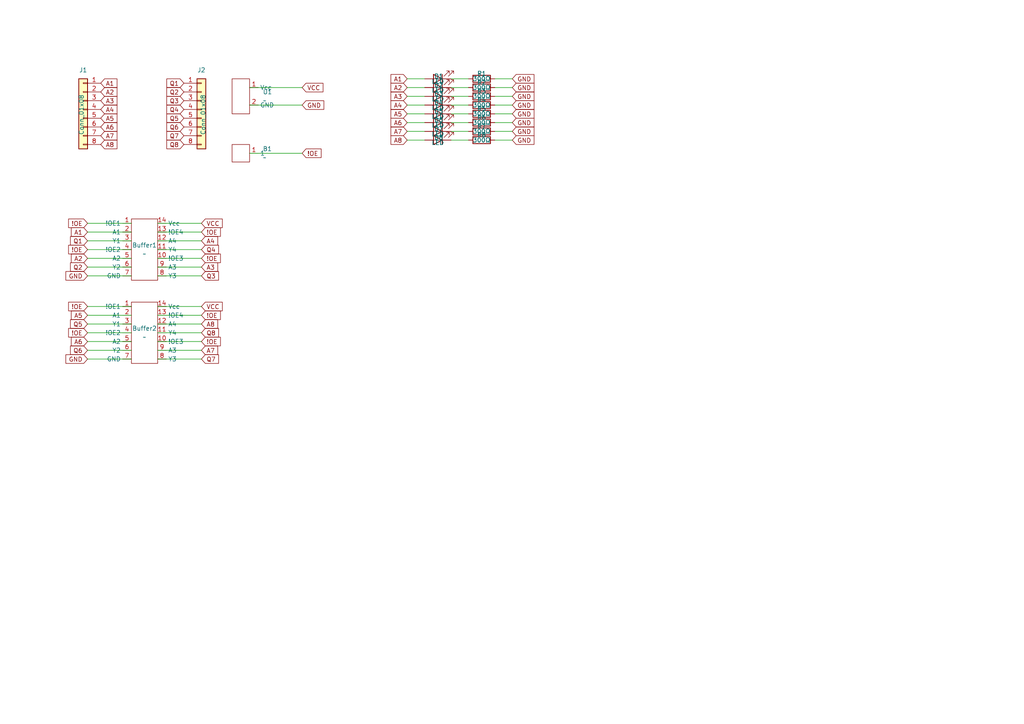
<source format=kicad_sch>
(kicad_sch (version 20250114) (generator "eeschema") (generator_version "9.0")
  (paper "A4")
  (lib_symbols
    (symbol "Connector_Generic:Conn_01x08" (pin_names (offset 1.016) (hide yes))
      (property "Reference" "J" (at 0 10.16 0))
      (property "Value" "Conn_01x08" (at 0 -12.7 0))
      (symbol "Conn_01x08_1_1"
        (rectangle (start -1.27 8.89) (end 1.27 -11.43) (stroke (width 0.254)) (fill (type background)))
        (rectangle (start -1.27 7.747) (end 0 7.493) (stroke (width 0.1524)))
        (rectangle (start -1.27 5.207) (end 0 4.953) (stroke (width 0.1524)))
        (rectangle (start -1.27 2.667) (end 0 2.413) (stroke (width 0.1524)))
        (rectangle (start -1.27 0.127) (end 0 -0.127) (stroke (width 0.1524)))
        (rectangle (start -1.27 -2.413) (end 0 -2.667) (stroke (width 0.1524)))
        (rectangle (start -1.27 -4.953) (end 0 -5.207) (stroke (width 0.1524)))
        (rectangle (start -1.27 -7.493) (end 0 -7.747) (stroke (width 0.1524)))
        (rectangle (start -1.27 -10.033) (end 0 -10.287) (stroke (width 0.1524)))
        (pin passive line (at -5.08 7.62 0) (length 3.81) (name "Pin_1") (number "1"))
        (pin passive line (at -5.08 5.08 0) (length 3.81) (name "Pin_2") (number "2"))
        (pin passive line (at -5.08 2.54 0) (length 3.81) (name "Pin_3") (number "3"))
        (pin passive line (at -5.08 0 0) (length 3.81) (name "Pin_4") (number "4"))
        (pin passive line (at -5.08 -2.54 0) (length 3.81) (name "Pin_5") (number "5"))
        (pin passive line (at -5.08 -5.08 0) (length 3.81) (name "Pin_6") (number "6"))
        (pin passive line (at -5.08 -7.62 0) (length 3.81) (name "Pin_7") (number "7"))
        (pin passive line (at -5.08 -10.16 0) (length 3.81) (name "Pin_8") (number "8"))
      )
    )
    (symbol "Device:LED" (pin_numbers (hide yes)) (pin_names (offset 1.016) (hide yes))
      (property "Reference" "D" (at 0 2.54 0))
      (property "Value" "LED" (at 0 -2.54 0))
      (symbol "LED_0_1"
        (polyline (pts (xy -3.048 -0.762) (xy -4.572 -2.286) (xy -3.81 -2.286) (xy -4.572 -2.286) (xy -4.572 -1.524)))
        (polyline (pts (xy -1.778 -0.762) (xy -3.302 -2.286) (xy -2.54 -2.286) (xy -3.302 -2.286) (xy -3.302 -1.524)))
        (polyline (pts (xy -1.27 0) (xy 1.27 0)))
        (polyline (pts (xy -1.27 -1.27) (xy -1.27 1.27)) (stroke (width 0.254)))
        (polyline (pts (xy 1.27 -1.27) (xy 1.27 1.27) (xy -1.27 0) (xy 1.27 -1.27)) (stroke (width 0.254)))
      )
      (symbol "LED_1_1"
        (pin passive line (at -3.81 0 0) (length 2.54) (name "K") (number "1"))
        (pin passive line (at 3.81 0 180) (length 2.54) (name "A") (number "2"))
      )
    )
    (symbol "Device:R" (pin_numbers (hide yes)) (pin_names (offset 0))
      (property "Reference" "R" (at 2.032 0 90))
      (property "Value" "R" (at 0 0 90))
      (symbol "R_0_1"
        (rectangle (start -1.016 -2.54) (end 1.016 2.54) (stroke (width 0.254)))
      )
      (symbol "R_1_1"
        (pin passive line (at 0 3.81 270) (length 1.27) (name "~") (number "1"))
        (pin passive line (at 0 -3.81 90) (length 1.27) (name "~") (number "2"))
      )
    )
    (symbol "Other:Single_Bit_Bus"
      (property "Reference" "B" (at 0 0 0))
      (symbol "Single_Bit_Bus_0_1"
        (rectangle (start -2.54 2.54) (end 2.54 -2.54))
      )
      (symbol "Single_Bit_Bus_1_1"
        (pin bidirectional line (at 2.54 0 0) (length 2.54) (name "1") (number "1"))
      )
    )
    (symbol "Other:Vcc_&_GND"
      (property "Reference" "U" (at 0 0 0))
      (symbol "Vcc_&_GND_0_1"
        (rectangle (start -2.54 5.08) (end 2.54 -5.08))
      )
      (symbol "Vcc_&_GND_1_1"
        (pin power_out line (at 2.54 2.54 0) (length 2.54) (name "Vcc") (number "1"))
        (pin power_out line (at 2.54 -2.54 0) (length 2.54) (name "GND") (number "2"))
      )
    )
    (symbol "Texas Instrument Logic:SNx4HCT125"
      (property "Reference" "Buffer" (at 0.0195 1.2697 90))
      (symbol "SNx4HCT125_0_1"
        (rectangle (start -3.7905 8.8897) (end 3.8295 -8.89))
      )
      (symbol "SNx4HCT125_1_1"
        (pin input line (at -3.81 7.62 180) (length 2.54) (name "!OE1") (number "1"))
        (pin input line (at -3.81 5.08 180) (length 2.54) (name "A1") (number "2"))
        (pin output line (at -3.81 2.54 180) (length 2.54) (name "Y1") (number "3"))
        (pin input line (at -3.81 0 180) (length 2.54) (name "!OE2") (number "4"))
        (pin input line (at -3.81 -2.54 180) (length 2.54) (name "A2") (number "5"))
        (pin output line (at -3.81 -5.08 180) (length 2.54) (name "Y2") (number "6"))
        (pin power_in line (at -3.81 -7.62 180) (length 2.54) (name "GND") (number "7"))
        (pin power_in line (at 3.81 7.62 0) (length 2.54) (name "Vcc") (number "14"))
        (pin input line (at 3.81 5.08 0) (length 2.54) (name "!OE4") (number "13"))
        (pin input line (at 3.81 2.54 0) (length 2.54) (name "A4") (number "12"))
        (pin output line (at 3.81 0 0) (length 2.54) (name "Y4") (number "11"))
        (pin input line (at 3.81 -2.54 0) (length 2.54) (name "!OE3") (number "10"))
        (pin input line (at 3.81 -5.08 0) (length 2.54) (name "A3") (number "9"))
        (pin output line (at 3.81 -7.62 0) (length 2.54) (name "Y3") (number "8"))
      )
    )
  )
  (wire (pts (xy 25.4 104.14) (xy 38.1 104.14)))
  (wire (pts (xy 45.72 72.39) (xy 58.42 72.39)))
  (wire (pts (xy 143.51 27.94) (xy 148.59 27.94)))
  (wire (pts (xy 25.4 93.98) (xy 38.1 93.98)))
  (wire (pts (xy 45.72 69.85) (xy 58.42 69.85)))
  (wire (pts (xy 143.51 40.64) (xy 148.59 40.64)))
  (wire (pts (xy 25.4 69.85) (xy 38.1 69.85)))
  (wire (pts (xy 25.4 64.77) (xy 38.1 64.77)))
  (wire (pts (xy 118.11 22.86) (xy 123.19 22.86)))
  (wire (pts (xy 45.72 77.47) (xy 58.42 77.47)))
  (wire (pts (xy 130.81 30.48) (xy 135.89 30.48)))
  (wire (pts (xy 25.4 101.6) (xy 38.1 101.6)))
  (wire (pts (xy 45.72 64.77) (xy 58.42 64.77)))
  (wire (pts (xy 118.11 40.64) (xy 123.19 40.64)))
  (wire (pts (xy 130.81 25.4) (xy 135.89 25.4)))
  (wire (pts (xy 118.11 35.56) (xy 123.19 35.56)))
  (wire (pts (xy 45.72 80.01) (xy 58.42 80.01)))
  (wire (pts (xy 25.4 72.39) (xy 38.1 72.39)))
  (wire (pts (xy 130.81 40.64) (xy 135.89 40.64)))
  (wire (pts (xy 143.51 33.02) (xy 148.59 33.02)))
  (wire (pts (xy 25.4 99.06) (xy 38.1 99.06)))
  (wire (pts (xy 118.11 27.94) (xy 123.19 27.94)))
  (wire (pts (xy 130.81 33.02) (xy 135.89 33.02)))
  (wire (pts (xy 118.11 33.02) (xy 123.19 33.02)))
  (wire (pts (xy 118.11 30.48) (xy 123.19 30.48)))
  (wire (pts (xy 143.51 25.4) (xy 148.59 25.4)))
  (wire (pts (xy 130.81 35.56) (xy 135.89 35.56)))
  (wire (pts (xy 72.39 30.48) (xy 87.63 30.48)))
  (wire (pts (xy 45.72 93.98) (xy 58.42 93.98)))
  (wire (pts (xy 72.39 44.45) (xy 87.63 44.45)))
  (wire (pts (xy 143.51 38.1) (xy 148.59 38.1)))
  (wire (pts (xy 143.51 30.48) (xy 148.59 30.48)))
  (wire (pts (xy 25.4 91.44) (xy 38.1 91.44)))
  (wire (pts (xy 45.72 101.6) (xy 58.42 101.6)))
  (wire (pts (xy 130.81 38.1) (xy 135.89 38.1)))
  (wire (pts (xy 45.72 104.14) (xy 58.42 104.14)))
  (wire (pts (xy 72.39 25.4) (xy 87.63 25.4)))
  (wire (pts (xy 58.42 99.06) (xy 45.72 99.06)))
  (wire (pts (xy 143.51 35.56) (xy 148.59 35.56)))
  (wire (pts (xy 143.51 22.86) (xy 148.59 22.86)))
  (wire (pts (xy 25.4 88.9) (xy 38.1 88.9)))
  (wire (pts (xy 118.11 25.4) (xy 123.19 25.4)))
  (wire (pts (xy 25.4 67.31) (xy 38.1 67.31)))
  (wire (pts (xy 25.4 80.01) (xy 38.1 80.01)))
  (wire (pts (xy 25.4 77.47) (xy 38.1 77.47)))
  (wire (pts (xy 118.11 38.1) (xy 123.19 38.1)))
  (wire (pts (xy 58.42 74.93) (xy 45.72 74.93)))
  (wire (pts (xy 45.72 88.9) (xy 58.42 88.9)))
  (wire (pts (xy 130.81 27.94) (xy 135.89 27.94)))
  (wire (pts (xy 58.42 91.44) (xy 45.72 91.44)))
  (wire (pts (xy 45.72 96.52) (xy 58.42 96.52)))
  (wire (pts (xy 25.4 74.93) (xy 38.1 74.93)))
  (wire (pts (xy 58.42 67.31) (xy 45.72 67.31)))
  (wire (pts (xy 25.4 96.52) (xy 38.1 96.52)))
  (wire (pts (xy 130.81 22.86) (xy 135.89 22.86)))
  (global_label "A7" (shape input) (at 29.21 39.37 0) (property "Intersheetrefs" "${INTERSHEET_REFS}" (effects (hide yes))))
  (global_label "Q6" (shape input) (at 53.34 36.83 180) (property "Intersheetrefs" "${INTERSHEET_REFS}" (effects (hide yes))))
  (global_label "A6" (shape input) (at 25.4 99.06 180) (property "Intersheetrefs" "${INTERSHEET_REFS}" (effects (hide yes))))
  (global_label "!OE" (shape input) (at 25.4 64.77 180) (property "Intersheetrefs" "${INTERSHEET_REFS}" (effects (hide yes))))
  (global_label "A1" (shape input) (at 25.4 67.31 180) (property "Intersheetrefs" "${INTERSHEET_REFS}" (effects (hide yes))))
  (global_label "Q5" (shape input) (at 25.4 93.98 180) (property "Intersheetrefs" "${INTERSHEET_REFS}" (effects (hide yes))))
  (global_label "Q7" (shape input) (at 58.42 104.14 0) (property "Intersheetrefs" "${INTERSHEET_REFS}" (effects (hide yes))))
  (global_label "GND" (shape input) (at 25.4 104.14 180) (property "Intersheetrefs" "${INTERSHEET_REFS}" (effects (hide yes))))
  (global_label "A5" (shape input) (at 29.21 34.29 0) (property "Intersheetrefs" "${INTERSHEET_REFS}" (effects (hide yes))))
  (global_label "Q2" (shape input) (at 53.34 26.67 180) (property "Intersheetrefs" "${INTERSHEET_REFS}" (effects (hide yes))))
  (global_label "Q6" (shape input) (at 25.4 101.6 180) (property "Intersheetrefs" "${INTERSHEET_REFS}" (effects (hide yes))))
  (global_label "A4" (shape input) (at 29.21 31.75 0) (property "Intersheetrefs" "${INTERSHEET_REFS}" (effects (hide yes))))
  (global_label "Q3" (shape input) (at 53.34 29.21 180) (property "Intersheetrefs" "${INTERSHEET_REFS}" (effects (hide yes))))
  (global_label "Q4" (shape input) (at 58.42 72.39 0) (property "Intersheetrefs" "${INTERSHEET_REFS}" (effects (hide yes))))
  (global_label "A2" (shape input) (at 118.11 25.4 180) (property "Intersheetrefs" "${INTERSHEET_REFS}" (effects (hide yes))))
  (global_label "Q1" (shape input) (at 53.34 24.13 180) (property "Intersheetrefs" "${INTERSHEET_REFS}" (effects (hide yes))))
  (global_label "A4" (shape input) (at 118.11 30.48 180) (property "Intersheetrefs" "${INTERSHEET_REFS}" (effects (hide yes))))
  (global_label "VCC" (shape input) (at 58.42 64.77 0) (property "Intersheetrefs" "${INTERSHEET_REFS}" (effects (hide yes))))
  (global_label "GND" (shape input) (at 87.63 30.48 0) (property "Intersheetrefs" "${INTERSHEET_REFS}" (effects (hide yes))))
  (global_label "A2" (shape input) (at 25.4 74.93 180) (property "Intersheetrefs" "${INTERSHEET_REFS}" (effects (hide yes))))
  (global_label "Q8" (shape input) (at 58.42 96.52 0) (property "Intersheetrefs" "${INTERSHEET_REFS}" (effects (hide yes))))
  (global_label "Q5" (shape input) (at 53.34 34.29 180) (property "Intersheetrefs" "${INTERSHEET_REFS}" (effects (hide yes))))
  (global_label "!OE" (shape input) (at 58.42 99.06 0) (property "Intersheetrefs" "${INTERSHEET_REFS}" (effects (hide yes))))
  (global_label "GND" (shape input) (at 148.59 40.64 0) (property "Intersheetrefs" "${INTERSHEET_REFS}" (effects (hide yes))))
  (global_label "GND" (shape input) (at 148.59 25.4 0) (property "Intersheetrefs" "${INTERSHEET_REFS}" (effects (hide yes))))
  (global_label "A7" (shape input) (at 58.42 101.6 0) (property "Intersheetrefs" "${INTERSHEET_REFS}" (effects (hide yes))))
  (global_label "!OE" (shape input) (at 58.42 74.93 0) (property "Intersheetrefs" "${INTERSHEET_REFS}" (effects (hide yes))))
  (global_label "A5" (shape input) (at 118.11 33.02 180) (property "Intersheetrefs" "${INTERSHEET_REFS}" (effects (hide yes))))
  (global_label "A4" (shape input) (at 58.42 69.85 0) (property "Intersheetrefs" "${INTERSHEET_REFS}" (effects (hide yes))))
  (global_label "A3" (shape input) (at 58.42 77.47 0) (property "Intersheetrefs" "${INTERSHEET_REFS}" (effects (hide yes))))
  (global_label "A6" (shape input) (at 29.21 36.83 0) (property "Intersheetrefs" "${INTERSHEET_REFS}" (effects (hide yes))))
  (global_label "!OE" (shape input) (at 25.4 72.39 180) (property "Intersheetrefs" "${INTERSHEET_REFS}" (effects (hide yes))))
  (global_label "Q4" (shape input) (at 53.34 31.75 180) (property "Intersheetrefs" "${INTERSHEET_REFS}" (effects (hide yes))))
  (global_label "GND" (shape input) (at 148.59 27.94 0) (property "Intersheetrefs" "${INTERSHEET_REFS}" (effects (hide yes))))
  (global_label "!OE" (shape input) (at 87.63 44.45 0) (property "Intersheetrefs" "${INTERSHEET_REFS}" (effects (hide yes))))
  (global_label "Q1" (shape input) (at 25.4 69.85 180) (property "Intersheetrefs" "${INTERSHEET_REFS}" (effects (hide yes))))
  (global_label "A1" (shape input) (at 118.11 22.86 180) (property "Intersheetrefs" "${INTERSHEET_REFS}" (effects (hide yes))))
  (global_label "VCC" (shape input) (at 87.63 25.4 0) (property "Intersheetrefs" "${INTERSHEET_REFS}" (effects (hide yes))))
  (global_label "GND" (shape input) (at 148.59 30.48 0) (property "Intersheetrefs" "${INTERSHEET_REFS}" (effects (hide yes))))
  (global_label "VCC" (shape input) (at 58.42 88.9 0) (property "Intersheetrefs" "${INTERSHEET_REFS}" (effects (hide yes))))
  (global_label "A5" (shape input) (at 25.4 91.44 180) (property "Intersheetrefs" "${INTERSHEET_REFS}" (effects (hide yes))))
  (global_label "A1" (shape input) (at 29.21 24.13 0) (property "Intersheetrefs" "${INTERSHEET_REFS}" (effects (hide yes))))
  (global_label "Q2" (shape input) (at 25.4 77.47 180) (property "Intersheetrefs" "${INTERSHEET_REFS}" (effects (hide yes))))
  (global_label "!OE" (shape input) (at 25.4 96.52 180) (property "Intersheetrefs" "${INTERSHEET_REFS}" (effects (hide yes))))
  (global_label "A3" (shape input) (at 118.11 27.94 180) (property "Intersheetrefs" "${INTERSHEET_REFS}" (effects (hide yes))))
  (global_label "Q3" (shape input) (at 58.42 80.01 0) (property "Intersheetrefs" "${INTERSHEET_REFS}" (effects (hide yes))))
  (global_label "GND" (shape input) (at 148.59 38.1 0) (property "Intersheetrefs" "${INTERSHEET_REFS}" (effects (hide yes))))
  (global_label "A8" (shape input) (at 29.21 41.91 0) (property "Intersheetrefs" "${INTERSHEET_REFS}" (effects (hide yes))))
  (global_label "!OE" (shape input) (at 25.4 88.9 180) (property "Intersheetrefs" "${INTERSHEET_REFS}" (effects (hide yes))))
  (global_label "!OE" (shape input) (at 58.42 91.44 0) (property "Intersheetrefs" "${INTERSHEET_REFS}" (effects (hide yes))))
  (global_label "A8" (shape input) (at 58.42 93.98 0) (property "Intersheetrefs" "${INTERSHEET_REFS}" (effects (hide yes))))
  (global_label "Q8" (shape input) (at 53.34 41.91 180) (property "Intersheetrefs" "${INTERSHEET_REFS}" (effects (hide yes))))
  (global_label "A2" (shape input) (at 29.21 26.67 0) (property "Intersheetrefs" "${INTERSHEET_REFS}" (effects (hide yes))))
  (global_label "GND" (shape input) (at 148.59 22.86 0) (property "Intersheetrefs" "${INTERSHEET_REFS}" (effects (hide yes))))
  (global_label "!OE" (shape input) (at 58.42 67.31 0) (property "Intersheetrefs" "${INTERSHEET_REFS}" (effects (hide yes))))
  (global_label "A8" (shape input) (at 118.11 40.64 180) (property "Intersheetrefs" "${INTERSHEET_REFS}" (effects (hide yes))))
  (global_label "Q7" (shape input) (at 53.34 39.37 180) (property "Intersheetrefs" "${INTERSHEET_REFS}" (effects (hide yes))))
  (global_label "A7" (shape input) (at 118.11 38.1 180) (property "Intersheetrefs" "${INTERSHEET_REFS}" (effects (hide yes))))
  (global_label "A6" (shape input) (at 118.11 35.56 180) (property "Intersheetrefs" "${INTERSHEET_REFS}" (effects (hide yes))))
  (global_label "GND" (shape input) (at 148.59 35.56 0) (property "Intersheetrefs" "${INTERSHEET_REFS}" (effects (hide yes))))
  (global_label "A3" (shape input) (at 29.21 29.21 0) (property "Intersheetrefs" "${INTERSHEET_REFS}" (effects (hide yes))))
  (global_label "GND" (shape input) (at 25.4 80.01 180) (property "Intersheetrefs" "${INTERSHEET_REFS}" (effects (hide yes))))
  (global_label "GND" (shape input) (at 148.59 33.02 0) (property "Intersheetrefs" "${INTERSHEET_REFS}" (effects (hide yes))))
  (symbol (lib_id "Device:LED") (at 127 27.94 180) (unit 1)
    (property "Reference" "D3" (at 127.254 27.178 0))
    (property "Value" "LED" (at 127 28.702 0))
    (property "Footprint" "LED_SMD:LED_0805_2012Metric_Pad1.15x1.40mm_HandSolder" (effects (hide yes)))
    (property "Description" "Light emitting diode" (effects (hide yes)))
    (property "Sim.Pins" "1=K 2=A" (effects (hide yes)))
  )
  (symbol (lib_id "Device:LED") (at 127 40.64 180) (unit 1)
    (property "Reference" "D8" (at 127.254 39.878 0))
    (property "Value" "LED" (at 127 41.402 0))
    (property "Footprint" "LED_SMD:LED_0805_2012Metric_Pad1.15x1.40mm_HandSolder" (effects (hide yes)))
    (property "Description" "Light emitting diode" (effects (hide yes)))
    (property "Sim.Pins" "1=K 2=A" (effects (hide yes)))
  )
  (symbol (lib_id "Device:LED") (at 127 38.1 180) (unit 1)
    (property "Reference" "D7" (at 127.254 37.338 0))
    (property "Value" "LED" (at 127 38.862 0))
    (property "Footprint" "LED_SMD:LED_0805_2012Metric_Pad1.15x1.40mm_HandSolder" (effects (hide yes)))
    (property "Description" "Light emitting diode" (effects (hide yes)))
    (property "Sim.Pins" "1=K 2=A" (effects (hide yes)))
  )
  (symbol (lib_id "Device:LED") (at 127 33.02 180) (unit 1)
    (property "Reference" "D5" (at 127.254 32.258 0))
    (property "Value" "LED" (at 127 33.782 0))
    (property "Footprint" "LED_SMD:LED_0805_2012Metric_Pad1.15x1.40mm_HandSolder" (effects (hide yes)))
    (property "Description" "Light emitting diode" (effects (hide yes)))
    (property "Sim.Pins" "1=K 2=A" (effects (hide yes)))
  )
  (symbol (lib_id "Texas Instrument Logic:SNx4HCT125") (at 41.91 72.39 0) (unit 1)
    (property "Reference" "Buffer1" (at 41.91 71.12 0))
    (property "Value" "~" (at 41.91 73.66 0))
    (property "Footprint" "Texas Instruments Logic Footprints:SNx4HCT125" (effects (hide yes)))
    (property "Datasheet" "https://www.ti.com/lit/ds/symlink/sn74hct125.pdf?ts=1745414223216&ref_url=https%253A%252F%252Fwww.ti.com%252Flogic-voltage-translation%252Fproducts.html" (effects (hide yes)))
    (property "Description" "Quadruple tri-state buffer" (effects (hide yes)))
  )
  (symbol (lib_id "Connector_Generic:Conn_01x08") (at 24.13 31.75 0) (mirror y) (unit 1)
    (property "Reference" "J1" (at 24.13 20.32 0))
    (property "Value" "Conn_01x08" (at 23.622 33.274 90))
    (property "Description" "Generic connector, single row, 01x08, script generated (kicad-library-utils/schlib/autogen/connector/)" (effects (hide yes)))
  )
  (symbol (lib_id "Device:LED") (at 127 35.56 180) (unit 1)
    (property "Reference" "D6" (at 127.254 34.798 0))
    (property "Value" "LED" (at 127 36.322 0))
    (property "Footprint" "LED_SMD:LED_0805_2012Metric_Pad1.15x1.40mm_HandSolder" (effects (hide yes)))
    (property "Description" "Light emitting diode" (effects (hide yes)))
    (property "Sim.Pins" "1=K 2=A" (effects (hide yes)))
  )
  (symbol (lib_id "Other:Vcc_&_GND") (at 69.85 27.94 0) (unit 1)
    (property "Reference" "U1" (at 76.2 26.6699 0) (effects (justify left)))
    (property "Value" "~" (at 76.2 29.2099 0) (effects (justify left)))
    (property "Footprint" "Other:Vcc & GND" (effects (hide yes)))
    (property "Description" "Power Source" (effects (hide yes)))
  )
  (symbol (lib_id "Device:R") (at 139.7 35.56 90) (unit 1)
    (property "Reference" "R6" (at 139.7 34.036 90))
    (property "Value" "300Ω" (at 139.7 35.56 90))
    (property "Footprint" "Resistor_SMD:R_0805_2012Metric_Pad1.20x1.40mm_HandSolder" (effects (hide yes)))
    (property "Description" "Resistor" (effects (hide yes)))
  )
  (symbol (lib_id "Device:R") (at 139.7 27.94 90) (unit 1)
    (property "Reference" "R3" (at 139.7 26.416 90))
    (property "Value" "300Ω" (at 139.7 27.94 90))
    (property "Footprint" "Resistor_SMD:R_0805_2012Metric_Pad1.20x1.40mm_HandSolder" (effects (hide yes)))
    (property "Description" "Resistor" (effects (hide yes)))
  )
  (symbol (lib_id "Texas Instrument Logic:SNx4HCT125") (at 41.91 96.52 0) (unit 1)
    (property "Reference" "Buffer2" (at 41.91 95.25 0))
    (property "Value" "~" (at 41.91 97.79 0))
    (property "Footprint" "Texas Instruments Logic Footprints:SNx4HCT125" (effects (hide yes)))
    (property "Datasheet" "https://www.ti.com/lit/ds/symlink/sn74hct125.pdf?ts=1745414223216&ref_url=https%253A%252F%252Fwww.ti.com%252Flogic-voltage-translation%252Fproducts.html" (effects (hide yes)))
    (property "Description" "Quadruple tri-state buffer" (effects (hide yes)))
  )
  (symbol (lib_id "Device:LED") (at 127 25.4 180) (unit 1)
    (property "Reference" "D2" (at 127.254 24.638 0))
    (property "Value" "LED" (at 127 26.162 0))
    (property "Footprint" "LED_SMD:LED_0805_2012Metric_Pad1.15x1.40mm_HandSolder" (effects (hide yes)))
    (property "Description" "Light emitting diode" (effects (hide yes)))
    (property "Sim.Pins" "1=K 2=A" (effects (hide yes)))
  )
  (symbol (lib_id "Connector_Generic:Conn_01x08") (at 58.42 31.75 0) (unit 1)
    (property "Reference" "J2" (at 58.42 20.32 0))
    (property "Value" "Conn_01x08" (at 58.928 33.274 90))
    (property "Description" "Generic connector, single row, 01x08, script generated (kicad-library-utils/schlib/autogen/connector/)" (effects (hide yes)))
  )
  (symbol (lib_id "Device:R") (at 139.7 22.86 90) (unit 1)
    (property "Reference" "R1" (at 139.7 21.336 90))
    (property "Value" "300Ω" (at 139.7 22.86 90))
    (property "Footprint" "Resistor_SMD:R_0805_2012Metric_Pad1.20x1.40mm_HandSolder" (effects (hide yes)))
    (property "Description" "Resistor" (effects (hide yes)))
  )
  (symbol (lib_id "Device:R") (at 139.7 38.1 90) (unit 1)
    (property "Reference" "R7" (at 139.7 36.576 90))
    (property "Value" "300Ω" (at 139.7 38.1 90))
    (property "Footprint" "Resistor_SMD:R_0805_2012Metric_Pad1.20x1.40mm_HandSolder" (effects (hide yes)))
    (property "Description" "Resistor" (effects (hide yes)))
  )
  (symbol (lib_id "Device:R") (at 139.7 33.02 90) (unit 1)
    (property "Reference" "R5" (at 139.7 31.496 90))
    (property "Value" "300Ω" (at 139.7 33.02 90))
    (property "Footprint" "Resistor_SMD:R_0805_2012Metric_Pad1.20x1.40mm_HandSolder" (effects (hide yes)))
    (property "Description" "Resistor" (effects (hide yes)))
  )
  (symbol (lib_id "Device:R") (at 139.7 25.4 90) (unit 1)
    (property "Reference" "R2" (at 139.7 23.876 90))
    (property "Value" "300Ω" (at 139.7 25.4 90))
    (property "Footprint" "Resistor_SMD:R_0805_2012Metric_Pad1.20x1.40mm_HandSolder" (effects (hide yes)))
    (property "Description" "Resistor" (effects (hide yes)))
  )
  (symbol (lib_id "Device:R") (at 139.7 30.48 90) (unit 1)
    (property "Reference" "R4" (at 139.7 28.956 90))
    (property "Value" "300Ω" (at 139.7 30.48 90))
    (property "Footprint" "Resistor_SMD:R_0805_2012Metric_Pad1.20x1.40mm_HandSolder" (effects (hide yes)))
    (property "Description" "Resistor" (effects (hide yes)))
  )
  (symbol (lib_id "Device:LED") (at 127 30.48 180) (unit 1)
    (property "Reference" "D4" (at 127.254 29.718 0))
    (property "Value" "LED" (at 127 31.242 0))
    (property "Footprint" "LED_SMD:LED_0805_2012Metric_Pad1.15x1.40mm_HandSolder" (effects (hide yes)))
    (property "Description" "Light emitting diode" (effects (hide yes)))
    (property "Sim.Pins" "1=K 2=A" (effects (hide yes)))
  )
  (symbol (lib_id "Other:Single_Bit_Bus") (at 69.85 44.45 0) (unit 1)
    (property "Reference" "B1" (at 76.2 43.1799 0) (effects (justify left)))
    (property "Value" "~" (at 76.2 45.7199 0) (effects (justify left)))
    (property "Footprint" "Other:Single Bit Bus" (effects (hide yes)))
    (property "Description" "A bus with just a single bit" (effects (hide yes)))
  )
  (symbol (lib_id "Device:R") (at 139.7 40.64 90) (unit 1)
    (property "Reference" "R8" (at 139.7 39.116 90))
    (property "Value" "300Ω" (at 139.7 40.64 90))
    (property "Footprint" "Resistor_SMD:R_0805_2012Metric_Pad1.20x1.40mm_HandSolder" (effects (hide yes)))
    (property "Description" "Resistor" (effects (hide yes)))
  )
  (symbol (lib_id "Device:LED") (at 127 22.86 180) (unit 1)
    (property "Reference" "D1" (at 127.254 22.098 0))
    (property "Value" "LED" (at 127 23.622 0))
    (property "Footprint" "LED_SMD:LED_0805_2012Metric_Pad1.15x1.40mm_HandSolder" (effects (hide yes)))
    (property "Description" "Light emitting diode" (effects (hide yes)))
    (property "Sim.Pins" "1=K 2=A" (effects (hide yes)))
  )
)
</source>
